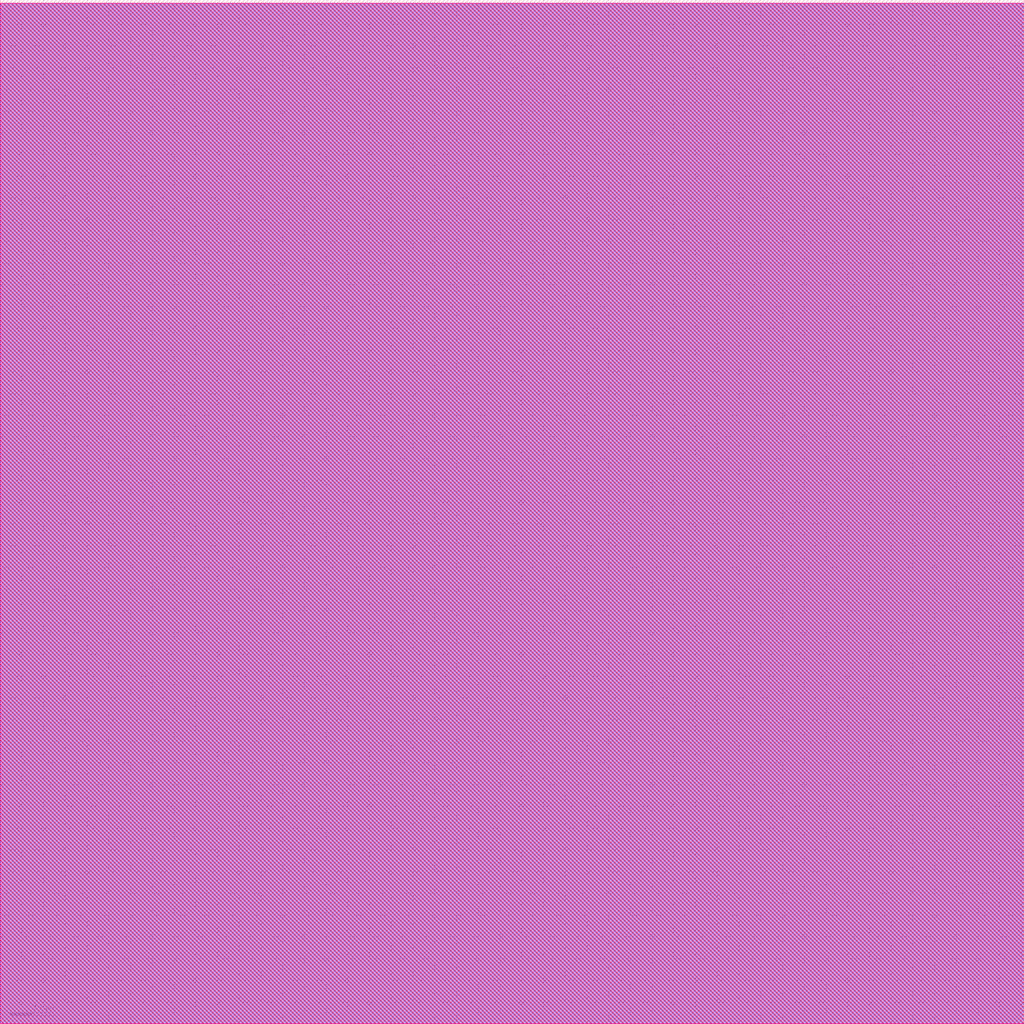
<source format=lef>
NAMESCASESENSITIVE ON ;
MACRO CORNERC
    CLASS PAD ;
    FOREIGN CORNERC 0.000 0.000 ;
    ORIGIN 0.000 0.000 ;
    SIZE 235.600 BY 235.600 ;
    SYMMETRY x y r90 ;
    SITE iocore_c ;
    OBS
        LAYER metal1 ;
        RECT  0.000 0.000 235.600 234.760 ;
        LAYER metal2 ;
        RECT  0.000 0.000 235.600 234.760 ;
        LAYER metal3 ;
        RECT  0.000 0.000 235.600 234.760 ;
        LAYER metal4 ;
        RECT  0.000 0.000 235.600 234.760 ;
        LAYER metal5 ;
        RECT  0.000 0.000 235.600 234.760 ;
        LAYER metal6 ;
        RECT  0.000 0.000 235.600 234.760 ;
    END
END CORNERC

MACRO CORNERCD
    CLASS PAD ;
    FOREIGN CORNERCD 0.000 0.000 ;
    ORIGIN 0.000 0.000 ;
    SIZE 235.600 BY 140.120 ;
    SYMMETRY x y r90 ;
    SITE iocore_d ;
    OBS
        LAYER metal1 ;
        RECT  0.000 0.000 235.600 139.280 ;
        LAYER metal2 ;
        RECT  0.000 0.000 235.600 139.280 ;
        LAYER metal3 ;
        RECT  0.000 0.000 235.600 139.280 ;
        LAYER metal4 ;
        RECT  0.000 0.000 235.600 139.280 ;
        LAYER metal5 ;
        RECT  0.000 0.000 235.600 139.280 ;
        LAYER metal6 ;
        RECT  0.000 0.000 235.600 139.280 ;
    END
END CORNERCD

MACRO CORNERD
    CLASS PAD ;
    FOREIGN CORNERD 0.000 0.000 ;
    ORIGIN 0.000 0.000 ;
    SIZE 140.120 BY 140.120 ;
    SYMMETRY x y r90 ;
    SITE iocore_d ;
    OBS
        LAYER metal1 ;
        RECT  0.000 0.000 140.120 139.280 ;
        LAYER metal2 ;
        RECT  0.000 0.000 140.120 139.280 ;
        LAYER metal3 ;
        RECT  0.000 0.000 140.120 139.280 ;
        LAYER metal4 ;
        RECT  0.000 0.000 140.120 139.280 ;
        LAYER metal5 ;
        RECT  0.000 0.000 140.120 139.280 ;
        LAYER metal6 ;
        RECT  0.000 0.000 140.120 139.280 ;
    END
END CORNERD

MACRO EMPTY16C
    CLASS PAD SPACER ;
    FOREIGN EMPTY16C 0.000 0.000 ;
    ORIGIN 0.000 0.000 ;
    SIZE 9.920 BY 235.600 ;
    SYMMETRY x y r90 ;
    SITE iocore_c ;
    OBS
        LAYER metal1 ;
        RECT  0.000 0.000 9.920 234.760 ;
        LAYER metal2 ;
        RECT  0.000 0.000 9.920 234.760 ;
        LAYER metal3 ;
        RECT  0.000 0.000 9.920 234.760 ;
        LAYER metal4 ;
        RECT  0.000 0.000 9.920 234.760 ;
        LAYER metal5 ;
        RECT  0.000 0.000 9.920 234.760 ;
        LAYER metal6 ;
        RECT  0.000 0.000 9.920 234.760 ;
    END
END EMPTY16C

MACRO EMPTY16D
    CLASS PAD SPACER ;
    FOREIGN EMPTY16D 0.000 0.000 ;
    ORIGIN 0.000 0.000 ;
    SIZE 9.920 BY 140.120 ;
    SYMMETRY x y r90 ;
    SITE iocore_d ;
    OBS
        LAYER metal1 ;
        RECT  0.000 0.000 9.920 139.280 ;
        LAYER metal2 ;
        RECT  0.000 0.000 9.920 139.280 ;
        LAYER metal3 ;
        RECT  0.000 0.000 9.920 139.280 ;
        LAYER metal4 ;
        RECT  0.000 0.000 9.920 139.280 ;
        LAYER metal5 ;
        RECT  0.000 0.000 9.920 139.280 ;
        LAYER metal6 ;
        RECT  0.000 0.000 9.920 139.280 ;
    END
END EMPTY16D

MACRO EMPTY1C
    CLASS PAD SPACER ;
    FOREIGN EMPTY1C 0.000 0.000 ;
    ORIGIN 0.000 0.000 ;
    SIZE 0.620 BY 235.600 ;
    SYMMETRY x y r90 ;
    SITE iocore_c ;
    OBS
        LAYER metal1 ;
        RECT  0.000 0.000 0.620 234.760 ;
        LAYER metal2 ;
        RECT  0.000 0.000 0.620 234.760 ;
        LAYER metal3 ;
        RECT  0.000 0.000 0.620 234.760 ;
        LAYER metal4 ;
        RECT  0.000 0.000 0.620 234.760 ;
        LAYER metal5 ;
        RECT  0.000 0.000 0.620 234.760 ;
        LAYER metal6 ;
        RECT  0.000 0.000 0.620 234.760 ;
    END
END EMPTY1C

MACRO EMPTY1D
    CLASS PAD SPACER ;
    FOREIGN EMPTY1D 0.000 0.000 ;
    ORIGIN 0.000 0.000 ;
    SIZE 0.620 BY 140.120 ;
    SYMMETRY x y r90 ;
    SITE iocore_d ;
    OBS
        LAYER metal1 ;
        RECT  0.000 0.000 0.620 139.280 ;
        LAYER metal2 ;
        RECT  0.000 0.000 0.620 139.280 ;
        LAYER metal3 ;
        RECT  0.000 0.000 0.620 139.280 ;
        LAYER metal4 ;
        RECT  0.000 0.000 0.620 139.280 ;
        LAYER metal5 ;
        RECT  0.000 0.000 0.620 139.280 ;
        LAYER metal6 ;
        RECT  0.000 0.000 0.620 139.280 ;
    END
END EMPTY1D

MACRO EMPTY2C
    CLASS PAD SPACER ;
    FOREIGN EMPTY2C 0.000 0.000 ;
    ORIGIN 0.000 0.000 ;
    SIZE 1.240 BY 235.600 ;
    SYMMETRY x y r90 ;
    SITE iocore_c ;
    OBS
        LAYER metal1 ;
        RECT  0.000 0.000 1.240 234.760 ;
        LAYER metal2 ;
        RECT  0.000 0.000 1.240 234.760 ;
        LAYER metal3 ;
        RECT  0.000 0.000 1.240 234.760 ;
        LAYER metal4 ;
        RECT  0.000 0.000 1.240 234.760 ;
        LAYER metal5 ;
        RECT  0.000 0.000 1.240 234.760 ;
        LAYER metal6 ;
        RECT  0.000 0.000 1.240 234.760 ;
    END
END EMPTY2C

MACRO EMPTY2D
    CLASS PAD SPACER ;
    FOREIGN EMPTY2D 0.000 0.000 ;
    ORIGIN 0.000 0.000 ;
    SIZE 1.240 BY 140.120 ;
    SYMMETRY x y r90 ;
    SITE iocore_d ;
    OBS
        LAYER metal1 ;
        RECT  0.000 0.000 1.240 139.280 ;
        LAYER metal2 ;
        RECT  0.000 0.000 1.240 139.280 ;
        LAYER metal3 ;
        RECT  0.000 0.000 1.240 139.280 ;
        LAYER metal4 ;
        RECT  0.000 0.000 1.240 139.280 ;
        LAYER metal5 ;
        RECT  0.000 0.000 1.240 139.280 ;
        LAYER metal6 ;
        RECT  0.000 0.000 1.240 139.280 ;
    END
END EMPTY2D

MACRO EMPTY4C
    CLASS PAD SPACER ;
    FOREIGN EMPTY4C 0.000 0.000 ;
    ORIGIN 0.000 0.000 ;
    SIZE 2.480 BY 235.600 ;
    SYMMETRY x y r90 ;
    SITE iocore_c ;
    OBS
        LAYER metal1 ;
        RECT  0.000 0.000 2.480 234.760 ;
        LAYER metal2 ;
        RECT  0.000 0.000 2.480 234.760 ;
        LAYER metal3 ;
        RECT  0.000 0.000 2.480 234.760 ;
        LAYER metal4 ;
        RECT  0.000 0.000 2.480 234.760 ;
        LAYER metal5 ;
        RECT  0.000 0.000 2.480 234.760 ;
        LAYER metal6 ;
        RECT  0.000 0.000 2.480 234.760 ;
    END
END EMPTY4C

MACRO EMPTY4D
    CLASS PAD SPACER ;
    FOREIGN EMPTY4D 0.000 0.000 ;
    ORIGIN 0.000 0.000 ;
    SIZE 2.480 BY 140.120 ;
    SYMMETRY x y r90 ;
    SITE iocore_d ;
    OBS
        LAYER metal1 ;
        RECT  0.000 0.000 2.480 139.280 ;
        LAYER metal2 ;
        RECT  0.000 0.000 2.480 139.280 ;
        LAYER metal3 ;
        RECT  0.000 0.000 2.480 139.280 ;
        LAYER metal4 ;
        RECT  0.000 0.000 2.480 139.280 ;
        LAYER metal5 ;
        RECT  0.000 0.000 2.480 139.280 ;
        LAYER metal6 ;
        RECT  0.000 0.000 2.480 139.280 ;
    END
END EMPTY4D

MACRO EMPTY8C
    CLASS PAD SPACER ;
    FOREIGN EMPTY8C 0.000 0.000 ;
    ORIGIN 0.000 0.000 ;
    SIZE 4.960 BY 235.600 ;
    SYMMETRY x y r90 ;
    SITE iocore_c ;
    OBS
        LAYER metal1 ;
        RECT  0.000 0.000 4.960 234.760 ;
        LAYER metal2 ;
        RECT  0.000 0.000 4.960 234.760 ;
        LAYER metal3 ;
        RECT  0.000 0.000 4.960 234.760 ;
        LAYER metal4 ;
        RECT  0.000 0.000 4.960 234.760 ;
        LAYER metal5 ;
        RECT  0.000 0.000 4.960 234.760 ;
        LAYER metal6 ;
        RECT  0.000 0.000 4.960 234.760 ;
    END
END EMPTY8C

MACRO EMPTY8D
    CLASS PAD SPACER ;
    FOREIGN EMPTY8D 0.000 0.000 ;
    ORIGIN 0.000 0.000 ;
    SIZE 4.960 BY 140.120 ;
    SYMMETRY x y r90 ;
    SITE iocore_d ;
    OBS
        LAYER metal1 ;
        RECT  0.000 0.000 4.960 139.280 ;
        LAYER metal2 ;
        RECT  0.000 0.000 4.960 139.280 ;
        LAYER metal3 ;
        RECT  0.000 0.000 4.960 139.280 ;
        LAYER metal4 ;
        RECT  0.000 0.000 4.960 139.280 ;
        LAYER metal5 ;
        RECT  0.000 0.000 4.960 139.280 ;
        LAYER metal6 ;
        RECT  0.000 0.000 4.960 139.280 ;
    END
END EMPTY8D

MACRO EMPTYGRC
    CLASS PAD SPACER ;
    FOREIGN EMPTYGRC 0.000 0.000 ;
    ORIGIN 0.000 0.000 ;
    SIZE 3.720 BY 235.600 ;
    SYMMETRY x y r90 ;
    SITE iocore_c ;
    OBS
        LAYER metal1 ;
        RECT  0.000 0.000 3.720 234.760 ;
        LAYER metal2 ;
        RECT  0.000 0.000 3.720 234.760 ;
        LAYER metal3 ;
        RECT  0.000 0.000 3.720 234.760 ;
        LAYER metal4 ;
        RECT  0.000 0.000 3.720 234.760 ;
        LAYER metal5 ;
        RECT  0.000 0.000 3.720 234.760 ;
        LAYER metal6 ;
        RECT  0.000 0.000 3.720 234.760 ;
    END
END EMPTYGRC

MACRO EMPTYGRD
    CLASS PAD SPACER ;
    FOREIGN EMPTYGRD 0.000 0.000 ;
    ORIGIN 0.000 0.000 ;
    SIZE 3.720 BY 140.120 ;
    SYMMETRY x y r90 ;
    SITE iocore_d ;
    OBS
        LAYER metal1 ;
        RECT  0.000 0.000 3.720 139.280 ;
        LAYER metal2 ;
        RECT  0.000 0.000 3.720 139.280 ;
        LAYER metal3 ;
        RECT  0.000 0.000 3.720 139.280 ;
        LAYER metal4 ;
        RECT  0.000 0.000 3.720 139.280 ;
        LAYER metal5 ;
        RECT  0.000 0.000 3.720 139.280 ;
        LAYER metal6 ;
        RECT  0.000 0.000 3.720 139.280 ;
    END
END EMPTYGRD

MACRO GNDIOC
    CLASS PAD ;
    FOREIGN GNDIOC 0.000 0.000 ;
    ORIGIN 0.000 0.000 ;
    SIZE 34.100 BY 235.600 ;
    SYMMETRY x y r90 ;
    SITE iocore_c ;
    PIN GNDO
        DIRECTION INOUT ;
        USE ANALOG ;
        PORT
        LAYER metal6 ;
        RECT  1.910 0.000 32.190 4.300 ;
        LAYER metal5 ;
        RECT  1.910 0.000 32.190 4.300 ;
        LAYER metal4 ;
        RECT  1.910 0.000 32.190 4.300 ;
        LAYER metal3 ;
        RECT  1.910 0.000 32.190 4.300 ;
        LAYER metal2 ;
        RECT  1.910 0.000 32.190 4.300 ;
        LAYER metal1 ;
        RECT  1.910 0.000 32.190 4.300 ;
        END
    END GNDO
    OBS
        LAYER metal1 ;
        POLYGON  34.100 235.600 0.000 235.600 0.000 0.000 1.630 0.000 1.630 4.580
                 32.470 4.580 32.470 0.000 34.100 0.000 ;
        LAYER via ;
        RECT  1.910 0.000 32.190 4.300 ;
        LAYER metal2 ;
        POLYGON  34.100 235.600 0.000 235.600 0.000 0.000 1.590 0.000 1.590 4.620
                 32.510 4.620 32.510 0.000 34.100 0.000 ;
        LAYER via2 ;
        RECT  1.910 0.000 32.190 4.300 ;
        LAYER metal3 ;
        POLYGON  34.100 235.600 0.000 235.600 0.000 0.000 1.590 0.000 1.590 4.620
                 32.510 4.620 32.510 0.000 34.100 0.000 ;
        LAYER via3 ;
        RECT  1.910 0.000 32.190 4.300 ;
        LAYER metal4 ;
        POLYGON  34.100 235.600 0.000 235.600 0.000 0.000 1.590 0.000 1.590 4.620
                 32.510 4.620 32.510 0.000 34.100 0.000 ;
        LAYER via4 ;
        RECT  1.910 0.000 32.190 4.300 ;
        LAYER metal5 ;
        POLYGON  34.100 235.600 0.000 235.600 0.000 0.000 1.590 0.000 1.590 4.620
                 32.510 4.620 32.510 0.000 34.100 0.000 ;
        LAYER via5 ;
        RECT  1.910 0.000 32.190 4.300 ;
        LAYER metal6 ;
        POLYGON  34.100 235.600 0.000 235.600 0.000 0.000 1.310 0.000 1.310 4.900
                 32.790 4.900 32.790 0.000 34.100 0.000 ;
    END
END GNDIOC

MACRO GNDIOD
    CLASS PAD ;
    FOREIGN GNDIOD 0.000 0.000 ;
    ORIGIN 0.000 0.000 ;
    SIZE 62.620 BY 140.120 ;
    SYMMETRY x y r90 ;
    SITE iocore_d ;
    PIN GNDO
        DIRECTION INOUT ;
        USE ANALOG ;
        PORT
        LAYER metal6 ;
        RECT  2.850 0.000 59.770 3.000 ;
        LAYER metal5 ;
        RECT  2.850 0.000 59.770 3.000 ;
        LAYER metal4 ;
        RECT  2.850 0.000 59.770 3.000 ;
        LAYER metal3 ;
        RECT  2.850 0.000 59.770 3.000 ;
        LAYER metal2 ;
        RECT  2.850 0.000 59.770 3.000 ;
        LAYER metal1 ;
        RECT  2.850 0.000 59.770 3.000 ;
        END
    END GNDO
    OBS
        LAYER metal1 ;
        POLYGON  62.620 140.120 0.000 140.120 0.000 0.000 2.570 0.000 2.570 3.280
                 60.050 3.280 60.050 0.000 62.620 0.000 ;
        LAYER via ;
        RECT  2.850 0.000 59.770 3.000 ;
        LAYER metal2 ;
        POLYGON  62.620 140.120 0.000 140.120 0.000 0.000 2.530 0.000 2.530 3.320
                 60.090 3.320 60.090 0.000 62.620 0.000 ;
        LAYER via2 ;
        RECT  2.850 0.000 59.770 3.000 ;
        LAYER metal3 ;
        POLYGON  62.620 140.120 0.000 140.120 0.000 0.000 2.530 0.000 2.530 3.320
                 60.090 3.320 60.090 0.000 62.620 0.000 ;
        LAYER via3 ;
        RECT  2.850 0.000 59.770 3.000 ;
        LAYER metal4 ;
        POLYGON  62.620 140.120 0.000 140.120 0.000 0.000 2.530 0.000 2.530 3.320
                 60.090 3.320 60.090 0.000 62.620 0.000 ;
        LAYER via4 ;
        RECT  2.850 0.000 59.770 3.000 ;
        LAYER metal5 ;
        POLYGON  62.620 140.120 0.000 140.120 0.000 0.000 2.530 0.000 2.530 3.320
                 60.090 3.320 60.090 0.000 62.620 0.000 ;
        LAYER via5 ;
        RECT  2.850 0.000 59.770 3.000 ;
        LAYER metal6 ;
        POLYGON  62.620 140.120 0.000 140.120 0.000 0.000 2.250 0.000 2.250 3.600
                 60.370 3.600 60.370 0.000 62.620 0.000 ;
    END
END GNDIOD

MACRO GNDKC
    CLASS PAD ;
    FOREIGN GNDKC 0.000 0.000 ;
    ORIGIN 0.000 0.000 ;
    SIZE 34.100 BY 235.600 ;
    SYMMETRY x y r90 ;
    SITE iocore_c ;
    PIN GND
        DIRECTION INOUT ;
        USE ground ;
        PORT
        CLASS CORE ;
        LAYER metal6 ;
        RECT  18.050 231.090 32.090 235.360 ;
        LAYER metal5 ;
        RECT  18.050 231.090 32.090 235.360 ;
        LAYER metal4 ;
        RECT  18.050 231.090 32.090 235.360 ;
        LAYER metal3 ;
        RECT  18.050 231.090 32.090 235.360 ;
        LAYER metal2 ;
        RECT  18.050 231.090 32.090 235.360 ;
        LAYER metal1 ;
        RECT  18.050 231.090 32.090 235.360 ;
        END
        PORT
        CLASS CORE ;
        LAYER metal6 ;
        RECT  2.010 231.090 16.050 235.360 ;
        LAYER metal5 ;
        RECT  2.010 231.090 16.050 235.360 ;
        LAYER metal4 ;
        RECT  2.010 231.090 16.050 235.360 ;
        LAYER metal3 ;
        RECT  2.010 231.090 16.050 235.360 ;
        LAYER metal2 ;
        RECT  2.010 231.090 16.050 235.360 ;
        LAYER metal1 ;
        RECT  2.010 231.090 16.050 235.360 ;
        END
        PORT
        CLASS CORE ;
        LAYER metal6 ;
        RECT  1.910 0.000 32.190 4.300 ;
        LAYER metal5 ;
        RECT  1.910 0.000 32.190 4.300 ;
        LAYER metal4 ;
        RECT  1.910 0.000 32.190 4.300 ;
        LAYER metal3 ;
        RECT  1.910 0.000 32.190 4.300 ;
        LAYER metal2 ;
        RECT  1.910 0.000 32.190 4.300 ;
        LAYER metal1 ;
        RECT  1.910 0.000 32.190 4.300 ;
        END
    END GND
    OBS
        LAYER metal1 ;
        POLYGON  34.100 235.360 32.370 235.360 32.370 230.810 17.770 230.810
                 17.770 235.360 16.330 235.360 16.330 230.810 1.730 230.810 1.730 235.360
                 0.000 235.360 0.000 0.000 1.630 0.000 1.630 4.580 32.470 4.580
                 32.470 0.000 34.100 0.000 ;
        LAYER via ;
        RECT  18.050 231.090 32.090 235.360 ;
        RECT  2.010 231.090 16.050 235.360 ;
        RECT  1.910 0.000 32.190 4.300 ;
        LAYER metal2 ;
        POLYGON  34.100 235.360 32.410 235.360 32.410 230.770 17.730 230.770
                 17.730 235.360 16.370 235.360 16.370 230.770 1.690 230.770 1.690 235.360
                 0.000 235.360 0.000 0.000 1.590 0.000 1.590 4.620 32.510 4.620
                 32.510 0.000 34.100 0.000 ;
        LAYER via2 ;
        RECT  18.050 231.090 32.090 235.360 ;
        RECT  2.010 231.090 16.050 235.360 ;
        RECT  1.910 0.000 32.190 4.300 ;
        LAYER metal3 ;
        POLYGON  34.100 235.360 32.410 235.360 32.410 230.770 17.730 230.770
                 17.730 235.360 16.370 235.360 16.370 230.770 1.690 230.770 1.690 235.360
                 0.000 235.360 0.000 0.000 1.590 0.000 1.590 4.620 32.510 4.620
                 32.510 0.000 34.100 0.000 ;
        LAYER via3 ;
        RECT  18.050 231.090 32.090 235.360 ;
        RECT  2.010 231.090 16.050 235.360 ;
        RECT  1.910 0.000 32.190 4.300 ;
        LAYER metal4 ;
        POLYGON  34.100 235.360 32.410 235.360 32.410 230.770 17.730 230.770
                 17.730 235.360 16.370 235.360 16.370 230.770 1.690 230.770 1.690 235.360
                 0.000 235.360 0.000 0.000 1.590 0.000 1.590 4.620 32.510 4.620
                 32.510 0.000 34.100 0.000 ;
        LAYER via4 ;
        RECT  18.050 231.090 32.090 235.360 ;
        RECT  2.010 231.090 16.050 235.360 ;
        RECT  1.910 0.000 32.190 4.300 ;
        LAYER metal5 ;
        POLYGON  34.100 235.360 32.410 235.360 32.410 230.770 17.730 230.770
                 17.730 235.360 16.370 235.360 16.370 230.770 1.690 230.770 1.690 235.360
                 0.000 235.360 0.000 0.000 1.590 0.000 1.590 4.620 32.510 4.620
                 32.510 0.000 34.100 0.000 ;
        LAYER via5 ;
        RECT  18.050 231.090 32.090 235.360 ;
        RECT  2.010 231.090 16.050 235.360 ;
        RECT  1.910 0.000 32.190 4.300 ;
        LAYER metal6 ;
        POLYGON  34.100 235.360 32.690 235.360 32.690 230.490 17.450 230.490
                 17.450 235.360 16.650 235.360 16.650 230.490 1.410 230.490 1.410 235.360
                 0.000 235.360 0.000 0.000 1.310 0.000 1.310 4.900 32.790 4.900
                 32.790 0.000 34.100 0.000 ;
    END
END GNDKC

MACRO GNDKD
    CLASS PAD ;
    FOREIGN GNDKD 0.000 0.000 ;
    ORIGIN 0.000 0.000 ;
    SIZE 62.620 BY 140.120 ;
    SYMMETRY x y r90 ;
    SITE iocore_d ;
    PIN GND
        DIRECTION INOUT ;
        USE ground ;
        PORT
        CLASS CORE ;
        LAYER metal6 ;
        RECT  2.850 0.000 59.770 3.000 ;
        LAYER metal5 ;
        RECT  2.850 0.000 59.770 3.000 ;
        LAYER metal4 ;
        RECT  2.850 0.000 59.770 3.000 ;
        LAYER metal3 ;
        RECT  2.850 0.000 59.770 3.000 ;
        LAYER metal2 ;
        RECT  2.850 0.000 59.770 3.000 ;
        LAYER metal1 ;
        RECT  2.850 0.000 59.770 3.000 ;
        END
        PORT
        CLASS CORE ;
        LAYER metal6 ;
        RECT  42.310 135.360 60.210 139.880 ;
        LAYER metal5 ;
        RECT  42.310 135.360 60.210 139.880 ;
        LAYER metal4 ;
        RECT  42.310 135.360 60.210 139.880 ;
        LAYER metal3 ;
        RECT  42.310 135.360 60.210 139.880 ;
        LAYER metal2 ;
        RECT  42.310 135.360 60.210 139.880 ;
        LAYER metal1 ;
        RECT  42.310 135.360 60.210 139.880 ;
        END
        PORT
        CLASS CORE ;
        LAYER metal6 ;
        RECT  22.310 135.360 40.310 139.880 ;
        LAYER metal5 ;
        RECT  22.310 135.360 40.310 139.880 ;
        LAYER metal4 ;
        RECT  22.310 135.360 40.310 139.880 ;
        LAYER metal3 ;
        RECT  22.310 135.360 40.310 139.880 ;
        LAYER metal2 ;
        RECT  22.310 135.360 40.310 139.880 ;
        LAYER metal1 ;
        RECT  22.310 135.360 40.310 139.880 ;
        END
        PORT
        CLASS CORE ;
        LAYER metal6 ;
        RECT  2.410 135.360 20.310 139.880 ;
        LAYER metal5 ;
        RECT  2.410 135.360 20.310 139.880 ;
        LAYER metal4 ;
        RECT  2.410 135.360 20.310 139.880 ;
        LAYER metal3 ;
        RECT  2.410 135.360 20.310 139.880 ;
        LAYER metal2 ;
        RECT  2.410 135.360 20.310 139.880 ;
        LAYER metal1 ;
        RECT  2.410 135.360 20.310 139.880 ;
        END
    END GND
    OBS
        LAYER metal1 ;
        POLYGON  62.620 139.880 60.490 139.880 60.490 135.080 42.030 135.080
                 42.030 139.880 40.590 139.880 40.590 135.080 22.030 135.080
                 22.030 139.880 20.590 139.880 20.590 135.080 2.130 135.080 2.130 139.880
                 0.000 139.880 0.000 0.000 2.570 0.000 2.570 3.280 60.050 3.280
                 60.050 0.000 62.620 0.000 ;
        LAYER via ;
        RECT  2.850 0.000 59.770 3.000 ;
        RECT  42.310 135.360 60.210 139.880 ;
        RECT  22.310 135.360 40.310 139.880 ;
        RECT  2.410 135.360 20.310 139.880 ;
        LAYER metal2 ;
        POLYGON  62.620 139.880 60.530 139.880 60.530 135.040 41.990 135.040
                 41.990 139.880 40.630 139.880 40.630 135.040 21.990 135.040
                 21.990 139.880 20.630 139.880 20.630 135.040 2.090 135.040 2.090 139.880
                 0.000 139.880 0.000 0.000 2.530 0.000 2.530 3.320 60.090 3.320
                 60.090 0.000 62.620 0.000 ;
        LAYER via2 ;
        RECT  2.850 0.000 59.770 3.000 ;
        RECT  42.310 135.360 60.210 139.880 ;
        RECT  22.310 135.360 40.310 139.880 ;
        RECT  2.410 135.360 20.310 139.880 ;
        LAYER metal3 ;
        POLYGON  62.620 139.880 60.530 139.880 60.530 135.040 41.990 135.040
                 41.990 139.880 40.630 139.880 40.630 135.040 21.990 135.040
                 21.990 139.880 20.630 139.880 20.630 135.040 2.090 135.040 2.090 139.880
                 0.000 139.880 0.000 0.000 2.530 0.000 2.530 3.320 60.090 3.320
                 60.090 0.000 62.620 0.000 ;
        LAYER via3 ;
        RECT  2.850 0.000 59.770 3.000 ;
        RECT  42.310 135.360 60.210 139.880 ;
        RECT  22.310 135.360 40.310 139.880 ;
        RECT  2.410 135.360 20.310 139.880 ;
        LAYER metal4 ;
        POLYGON  62.620 139.880 60.530 139.880 60.530 135.040 41.990 135.040
                 41.990 139.880 40.630 139.880 40.630 135.040 21.990 135.040
                 21.990 139.880 20.630 139.880 20.630 135.040 2.090 135.040 2.090 139.880
                 0.000 139.880 0.000 0.000 2.530 0.000 2.530 3.320 60.090 3.320
                 60.090 0.000 62.620 0.000 ;
        LAYER via4 ;
        RECT  2.850 0.000 59.770 3.000 ;
        RECT  42.310 135.360 60.210 139.880 ;
        RECT  22.310 135.360 40.310 139.880 ;
        RECT  2.410 135.360 20.310 139.880 ;
        LAYER metal5 ;
        POLYGON  62.620 139.880 60.530 139.880 60.530 135.040 41.990 135.040
                 41.990 139.880 40.630 139.880 40.630 135.040 21.990 135.040
                 21.990 139.880 20.630 139.880 20.630 135.040 2.090 135.040 2.090 139.880
                 0.000 139.880 0.000 0.000 2.530 0.000 2.530 3.320 60.090 3.320
                 60.090 0.000 62.620 0.000 ;
        LAYER via5 ;
        RECT  2.850 0.000 59.770 3.000 ;
        RECT  42.310 135.360 60.210 139.880 ;
        RECT  22.310 135.360 40.310 139.880 ;
        RECT  2.410 135.360 20.310 139.880 ;
        LAYER metal6 ;
        POLYGON  62.620 139.880 60.810 139.880 60.810 134.760 41.710 134.760
                 41.710 139.880 40.910 139.880 40.910 134.760 21.710 134.760
                 21.710 139.880 20.910 139.880 20.910 134.760 1.810 134.760 1.810 139.880
                 0.000 139.880 0.000 0.000 2.250 0.000 2.250 3.600 60.370 3.600
                 60.370 0.000 62.620 0.000 ;
    END
END GNDKD

MACRO VCC3IOC
    CLASS PAD ;
    FOREIGN VCC3IOC 0.000 0.000 ;
    ORIGIN 0.000 0.000 ;
    SIZE 34.100 BY 235.600 ;
    SYMMETRY x y r90 ;
    SITE iocore_c ;
    PIN VCC3O
        DIRECTION INOUT ;
        USE ANALOG ;
        PORT
        LAYER metal6 ;
        RECT  1.910 0.000 32.190 4.300 ;
        LAYER metal5 ;
        RECT  1.910 0.000 32.190 4.300 ;
        LAYER metal4 ;
        RECT  1.910 0.000 32.190 4.300 ;
        LAYER metal3 ;
        RECT  1.910 0.000 32.190 4.300 ;
        LAYER metal2 ;
        RECT  1.910 0.000 32.190 4.300 ;
        LAYER metal1 ;
        RECT  1.910 0.000 32.190 4.300 ;
        END
    END VCC3O
    OBS
        LAYER metal1 ;
        POLYGON  34.100 235.600 0.000 235.600 0.000 0.000 1.630 0.000 1.630 4.580
                 32.470 4.580 32.470 0.000 34.100 0.000 ;
        LAYER via ;
        RECT  1.910 0.000 32.190 4.300 ;
        LAYER metal2 ;
        POLYGON  34.100 235.600 0.000 235.600 0.000 0.000 1.590 0.000 1.590 4.620
                 32.510 4.620 32.510 0.000 34.100 0.000 ;
        LAYER via2 ;
        RECT  1.910 0.000 32.190 4.300 ;
        LAYER metal3 ;
        POLYGON  34.100 235.600 0.000 235.600 0.000 0.000 1.590 0.000 1.590 4.620
                 32.510 4.620 32.510 0.000 34.100 0.000 ;
        LAYER via3 ;
        RECT  1.910 0.000 32.190 4.300 ;
        LAYER metal4 ;
        POLYGON  34.100 235.600 0.000 235.600 0.000 0.000 1.590 0.000 1.590 4.620
                 32.510 4.620 32.510 0.000 34.100 0.000 ;
        LAYER via4 ;
        RECT  1.910 0.000 32.190 4.300 ;
        LAYER metal5 ;
        POLYGON  34.100 235.600 0.000 235.600 0.000 0.000 1.590 0.000 1.590 4.620
                 32.510 4.620 32.510 0.000 34.100 0.000 ;
        LAYER via5 ;
        RECT  1.910 0.000 32.190 4.300 ;
        LAYER metal6 ;
        POLYGON  34.100 235.600 0.000 235.600 0.000 0.000 1.310 0.000 1.310 4.900
                 32.790 4.900 32.790 0.000 34.100 0.000 ;
    END
END VCC3IOC

MACRO VCC3IOD
    CLASS PAD ;
    FOREIGN VCC3IOD 0.000 0.000 ;
    ORIGIN 0.000 0.000 ;
    SIZE 62.620 BY 140.120 ;
    SYMMETRY x y r90 ;
    SITE iocore_d ;
    PIN VCC3O
        DIRECTION INOUT ;
        USE ANALOG ;
        PORT
        LAYER metal6 ;
        RECT  2.850 0.000 59.770 3.000 ;
        LAYER metal5 ;
        RECT  2.850 0.000 59.770 3.000 ;
        LAYER metal4 ;
        RECT  2.850 0.000 59.770 3.000 ;
        LAYER metal3 ;
        RECT  2.850 0.000 59.770 3.000 ;
        LAYER metal2 ;
        RECT  2.850 0.000 59.770 3.000 ;
        LAYER metal1 ;
        RECT  2.850 0.000 59.770 3.000 ;
        END
    END VCC3O
    OBS
        LAYER metal1 ;
        POLYGON  62.620 140.120 0.000 140.120 0.000 0.000 2.570 0.000 2.570 3.280
                 60.050 3.280 60.050 0.000 62.620 0.000 ;
        LAYER via ;
        RECT  2.850 0.000 59.770 3.000 ;
        LAYER metal2 ;
        POLYGON  62.620 140.120 0.000 140.120 0.000 0.000 2.530 0.000 2.530 3.320
                 60.090 3.320 60.090 0.000 62.620 0.000 ;
        LAYER via2 ;
        RECT  2.850 0.000 59.770 3.000 ;
        LAYER metal3 ;
        POLYGON  62.620 140.120 0.000 140.120 0.000 0.000 2.530 0.000 2.530 3.320
                 60.090 3.320 60.090 0.000 62.620 0.000 ;
        LAYER via3 ;
        RECT  2.850 0.000 59.770 3.000 ;
        LAYER metal4 ;
        POLYGON  62.620 140.120 0.000 140.120 0.000 0.000 2.530 0.000 2.530 3.320
                 60.090 3.320 60.090 0.000 62.620 0.000 ;
        LAYER via4 ;
        RECT  2.850 0.000 59.770 3.000 ;
        LAYER metal5 ;
        POLYGON  62.620 140.120 0.000 140.120 0.000 0.000 2.530 0.000 2.530 3.320
                 60.090 3.320 60.090 0.000 62.620 0.000 ;
        LAYER via5 ;
        RECT  2.850 0.000 59.770 3.000 ;
        LAYER metal6 ;
        POLYGON  62.620 140.120 0.000 140.120 0.000 0.000 2.250 0.000 2.250 3.600
                 60.370 3.600 60.370 0.000 62.620 0.000 ;
    END
END VCC3IOD

MACRO VCCKC
    CLASS PAD ;
    FOREIGN VCCKC 0.000 0.000 ;
    ORIGIN 0.000 0.000 ;
    SIZE 34.100 BY 235.600 ;
    SYMMETRY x y r90 ;
    SITE iocore_c ;
    PIN VCC
        DIRECTION INOUT ;
        USE power ;
        PORT
        CLASS CORE ;
        LAYER metal6 ;
        RECT  1.910 0.000 32.190 4.300 ;
        LAYER metal5 ;
        RECT  1.910 0.000 32.190 4.300 ;
        LAYER metal4 ;
        RECT  1.910 0.000 32.190 4.300 ;
        LAYER metal3 ;
        RECT  1.910 0.000 32.190 4.300 ;
        LAYER metal2 ;
        RECT  1.910 0.000 32.190 4.300 ;
        LAYER metal1 ;
        RECT  1.910 0.000 32.190 4.300 ;
        END
        PORT
        CLASS CORE ;
        LAYER metal6 ;
        RECT  18.050 231.090 32.190 235.360 ;
        LAYER metal5 ;
        RECT  18.050 231.090 32.190 235.360 ;
        LAYER metal4 ;
        RECT  18.050 231.090 32.190 235.360 ;
        LAYER metal3 ;
        RECT  18.050 231.090 32.190 235.360 ;
        LAYER metal2 ;
        RECT  18.050 231.090 32.190 235.360 ;
        LAYER metal1 ;
        RECT  18.050 231.090 32.190 235.360 ;
        END
        PORT
        CLASS CORE ;
        LAYER metal6 ;
        RECT  1.910 231.090 16.050 235.360 ;
        LAYER metal5 ;
        RECT  1.910 231.090 16.050 235.360 ;
        LAYER metal4 ;
        RECT  1.910 231.090 16.050 235.360 ;
        LAYER metal3 ;
        RECT  1.910 231.090 16.050 235.360 ;
        LAYER metal2 ;
        RECT  1.910 231.090 16.050 235.360 ;
        LAYER metal1 ;
        RECT  1.910 231.090 16.050 235.360 ;
        END
    END VCC
    OBS
        LAYER metal1 ;
        POLYGON  34.100 235.360 32.470 235.360 32.470 230.810 17.770 230.810
                 17.770 235.360 16.330 235.360 16.330 230.810 1.630 230.810 1.630 235.360
                 0.000 235.360 0.000 0.000 1.630 0.000 1.630 4.580 32.470 4.580
                 32.470 0.000 34.100 0.000 ;
        LAYER via ;
        RECT  1.910 0.000 32.190 4.300 ;
        RECT  18.050 231.090 32.190 235.360 ;
        RECT  1.910 231.090 16.050 235.360 ;
        LAYER metal2 ;
        POLYGON  34.100 235.360 32.510 235.360 32.510 230.770 17.730 230.770
                 17.730 235.360 16.370 235.360 16.370 230.770 1.590 230.770 1.590 235.360
                 0.000 235.360 0.000 0.000 1.590 0.000 1.590 4.620 32.510 4.620
                 32.510 0.000 34.100 0.000 ;
        LAYER via2 ;
        RECT  1.910 0.000 32.190 4.300 ;
        RECT  18.050 231.090 32.190 235.360 ;
        RECT  1.910 231.090 16.050 235.360 ;
        LAYER metal3 ;
        POLYGON  34.100 235.360 32.510 235.360 32.510 230.770 17.730 230.770
                 17.730 235.360 16.370 235.360 16.370 230.770 1.590 230.770 1.590 235.360
                 0.000 235.360 0.000 0.000 1.590 0.000 1.590 4.620 32.510 4.620
                 32.510 0.000 34.100 0.000 ;
        LAYER via3 ;
        RECT  1.910 0.000 32.190 4.300 ;
        RECT  18.050 231.090 32.190 235.360 ;
        RECT  1.910 231.090 16.050 235.360 ;
        LAYER metal4 ;
        POLYGON  34.100 235.360 32.510 235.360 32.510 230.770 17.730 230.770
                 17.730 235.360 16.370 235.360 16.370 230.770 1.590 230.770 1.590 235.360
                 0.000 235.360 0.000 0.000 1.590 0.000 1.590 4.620 32.510 4.620
                 32.510 0.000 34.100 0.000 ;
        LAYER via4 ;
        RECT  1.910 0.000 32.190 4.300 ;
        RECT  18.050 231.090 32.190 235.360 ;
        RECT  1.910 231.090 16.050 235.360 ;
        LAYER metal5 ;
        POLYGON  34.100 235.360 32.510 235.360 32.510 230.770 17.730 230.770
                 17.730 235.360 16.370 235.360 16.370 230.770 1.590 230.770 1.590 235.360
                 0.000 235.360 0.000 0.000 1.590 0.000 1.590 4.620 32.510 4.620
                 32.510 0.000 34.100 0.000 ;
        LAYER via5 ;
        RECT  1.910 0.000 32.190 4.300 ;
        RECT  18.050 231.090 32.190 235.360 ;
        RECT  1.910 231.090 16.050 235.360 ;
        LAYER metal6 ;
        POLYGON  34.100 235.360 32.790 235.360 32.790 230.490 17.450 230.490
                 17.450 235.360 16.650 235.360 16.650 230.490 1.310 230.490 1.310 235.360
                 0.000 235.360 0.000 0.000 1.310 0.000 1.310 4.900 32.790 4.900
                 32.790 0.000 34.100 0.000 ;
    END
END VCCKC

MACRO VCCKD
    CLASS PAD ;
    FOREIGN VCCKD 0.000 0.000 ;
    ORIGIN 0.000 0.000 ;
    SIZE 62.620 BY 140.120 ;
    SYMMETRY x y r90 ;
    SITE iocore_d ;
    PIN VCC
        DIRECTION INOUT ;
        USE power ;
        PORT
        CLASS CORE ;
        LAYER metal6 ;
        RECT  2.850 0.000 59.770 3.000 ;
        LAYER metal5 ;
        RECT  2.850 0.000 59.770 3.000 ;
        LAYER metal4 ;
        RECT  2.850 0.000 59.770 3.000 ;
        LAYER metal3 ;
        RECT  2.850 0.000 59.770 3.000 ;
        LAYER metal2 ;
        RECT  2.850 0.000 59.770 3.000 ;
        LAYER metal1 ;
        RECT  2.850 0.000 59.770 3.000 ;
        END
        PORT
        CLASS CORE ;
        LAYER metal6 ;
        RECT  2.850 135.360 20.490 139.880 ;
        LAYER metal5 ;
        RECT  2.850 135.360 20.490 139.880 ;
        LAYER metal4 ;
        RECT  2.850 135.360 20.490 139.880 ;
        LAYER metal3 ;
        RECT  2.850 135.360 20.490 139.880 ;
        LAYER metal2 ;
        RECT  2.850 135.360 20.490 139.880 ;
        LAYER metal1 ;
        RECT  2.850 135.360 20.490 139.880 ;
        END
        PORT
        CLASS CORE ;
        LAYER metal6 ;
        RECT  22.490 135.360 40.130 139.880 ;
        LAYER metal5 ;
        RECT  22.490 135.360 40.130 139.880 ;
        LAYER metal4 ;
        RECT  22.490 135.360 40.130 139.880 ;
        LAYER metal3 ;
        RECT  22.490 135.360 40.130 139.880 ;
        LAYER metal2 ;
        RECT  22.490 135.360 40.130 139.880 ;
        LAYER metal1 ;
        RECT  22.490 135.360 40.130 139.880 ;
        END
        PORT
        CLASS CORE ;
        LAYER metal6 ;
        RECT  42.130 135.360 59.770 139.880 ;
        LAYER metal5 ;
        RECT  42.130 135.360 59.770 139.880 ;
        LAYER metal4 ;
        RECT  42.130 135.360 59.770 139.880 ;
        LAYER metal3 ;
        RECT  42.130 135.360 59.770 139.880 ;
        LAYER metal2 ;
        RECT  42.130 135.360 59.770 139.880 ;
        LAYER metal1 ;
        RECT  42.130 135.360 59.770 139.880 ;
        END
    END VCC
    OBS
        LAYER metal1 ;
        POLYGON  62.620 139.880 60.050 139.880 60.050 135.080 41.850 135.080
                 41.850 139.880 40.410 139.880 40.410 135.080 22.210 135.080
                 22.210 139.880 20.770 139.880 20.770 135.080 2.570 135.080 2.570 139.880
                 0.000 139.880 0.000 0.000 2.570 0.000 2.570 3.280 60.050 3.280
                 60.050 0.000 62.620 0.000 ;
        LAYER via ;
        RECT  2.850 0.000 59.770 3.000 ;
        RECT  2.850 135.360 20.490 139.880 ;
        RECT  22.490 135.360 40.130 139.880 ;
        RECT  42.130 135.360 59.770 139.880 ;
        LAYER metal2 ;
        POLYGON  62.620 139.880 60.090 139.880 60.090 135.040 41.810 135.040
                 41.810 139.880 40.450 139.880 40.450 135.040 22.170 135.040
                 22.170 139.880 20.810 139.880 20.810 135.040 2.530 135.040 2.530 139.880
                 0.000 139.880 0.000 0.000 2.530 0.000 2.530 3.320 60.090 3.320
                 60.090 0.000 62.620 0.000 ;
        LAYER via2 ;
        RECT  2.850 0.000 59.770 3.000 ;
        RECT  2.850 135.360 20.490 139.880 ;
        RECT  22.490 135.360 40.130 139.880 ;
        RECT  42.130 135.360 59.770 139.880 ;
        LAYER metal3 ;
        POLYGON  62.620 139.880 60.090 139.880 60.090 135.040 41.810 135.040
                 41.810 139.880 40.450 139.880 40.450 135.040 22.170 135.040
                 22.170 139.880 20.810 139.880 20.810 135.040 2.530 135.040 2.530 139.880
                 0.000 139.880 0.000 0.000 2.530 0.000 2.530 3.320 60.090 3.320
                 60.090 0.000 62.620 0.000 ;
        LAYER via3 ;
        RECT  2.850 0.000 59.770 3.000 ;
        RECT  2.850 135.360 20.490 139.880 ;
        RECT  22.490 135.360 40.130 139.880 ;
        RECT  42.130 135.360 59.770 139.880 ;
        LAYER metal4 ;
        POLYGON  62.620 139.880 60.090 139.880 60.090 135.040 41.810 135.040
                 41.810 139.880 40.450 139.880 40.450 135.040 22.170 135.040
                 22.170 139.880 20.810 139.880 20.810 135.040 2.530 135.040 2.530 139.880
                 0.000 139.880 0.000 0.000 2.530 0.000 2.530 3.320 60.090 3.320
                 60.090 0.000 62.620 0.000 ;
        LAYER via4 ;
        RECT  2.850 0.000 59.770 3.000 ;
        RECT  2.850 135.360 20.490 139.880 ;
        RECT  22.490 135.360 40.130 139.880 ;
        RECT  42.130 135.360 59.770 139.880 ;
        LAYER metal5 ;
        POLYGON  62.620 139.880 60.090 139.880 60.090 135.040 41.810 135.040
                 41.810 139.880 40.450 139.880 40.450 135.040 22.170 135.040
                 22.170 139.880 20.810 139.880 20.810 135.040 2.530 135.040 2.530 139.880
                 0.000 139.880 0.000 0.000 2.530 0.000 2.530 3.320 60.090 3.320
                 60.090 0.000 62.620 0.000 ;
        LAYER via5 ;
        RECT  2.850 0.000 59.770 3.000 ;
        RECT  2.850 135.360 20.490 139.880 ;
        RECT  22.490 135.360 40.130 139.880 ;
        RECT  42.130 135.360 59.770 139.880 ;
        LAYER metal6 ;
        POLYGON  62.620 139.880 60.370 139.880 60.370 134.760 41.530 134.760
                 41.530 139.880 40.730 139.880 40.730 134.760 21.890 134.760
                 21.890 139.880 21.090 139.880 21.090 134.760 2.250 134.760 2.250 139.880
                 0.000 139.880 0.000 0.000 2.250 0.000 2.250 3.600 60.370 3.600
                 60.370 0.000 62.620 0.000 ;
    END
END VCCKD

MACRO XMC
    CLASS PAD ;
    FOREIGN XMC 0.000 0.000 ;
    ORIGIN 0.000 0.000 ;
    SIZE 34.100 BY 235.600 ;
    SYMMETRY x y r90 ;
    SITE iocore_c ;
    PIN O
        DIRECTION OUTPUT ;
        PORT
        LAYER metal3 ;
        RECT  15.490 234.080 17.370 234.980 ;
        LAYER metal2 ;
        RECT  15.490 234.080 17.370 234.980 ;
        LAYER metal1 ;
        RECT  15.490 234.080 17.370 234.980 ;
        END
    END O
    PIN PD
        DIRECTION INPUT ;
        PORT
        LAYER metal3 ;
        RECT  9.290 234.080 11.170 234.980 ;
        LAYER metal2 ;
        RECT  9.290 234.080 11.170 234.980 ;
        LAYER metal1 ;
        RECT  9.290 234.080 11.170 234.980 ;
        END
    END PD
    PIN PU
        DIRECTION INPUT ;
        PORT
        LAYER metal3 ;
        RECT  5.570 234.080 7.450 234.980 ;
        LAYER metal2 ;
        RECT  5.570 234.080 7.450 234.980 ;
        LAYER metal1 ;
        RECT  5.570 234.080 7.450 234.980 ;
        END
    END PU
    PIN SMT
        DIRECTION INPUT ;
        PORT
        LAYER metal3 ;
        RECT  1.850 234.080 3.730 234.980 ;
        LAYER metal2 ;
        RECT  1.850 234.080 3.730 234.980 ;
        LAYER metal1 ;
        RECT  1.850 234.080 3.730 234.980 ;
        END
    END SMT
    PIN I
        DIRECTION INPUT ;
        PORT
        LAYER metal6 ;
        RECT  1.910 0.000 32.190 4.300 ;
        LAYER metal5 ;
        RECT  1.910 0.000 32.190 4.300 ;
        LAYER metal4 ;
        RECT  1.910 0.000 32.190 4.300 ;
        LAYER metal3 ;
        RECT  1.910 0.000 32.190 4.300 ;
        LAYER metal2 ;
        RECT  1.910 0.000 32.190 4.300 ;
        LAYER metal1 ;
        RECT  1.910 0.000 32.190 4.300 ;
        END
    END I
    OBS
        LAYER metal1 ;
        POLYGON  34.100 234.980 17.610 234.980 17.610 233.840 15.250 233.840
                 15.250 234.980 11.410 234.980 11.410 233.840 9.050 233.840 9.050 234.980
                 7.690 234.980 7.690 233.840 5.330 233.840 5.330 234.980 3.970 234.980
                 3.970 233.840 1.610 233.840 1.610 234.980 0.000 234.980 0.000 0.000
                 1.630 0.000 1.630 4.580 32.470 4.580 32.470 0.000 34.100 0.000 ;
        LAYER via ;
        RECT  15.490 234.080 17.370 234.980 ;
        RECT  9.290 234.080 11.170 234.980 ;
        RECT  5.570 234.080 7.450 234.980 ;
        RECT  1.850 234.080 3.730 234.980 ;
        RECT  1.910 0.000 32.190 4.300 ;
        LAYER metal2 ;
        POLYGON  34.100 234.980 17.650 234.980 17.650 233.800 15.210 233.800
                 15.210 234.980 11.450 234.980 11.450 233.800 9.010 233.800 9.010 234.980
                 7.730 234.980 7.730 233.800 5.290 233.800 5.290 234.980 4.010 234.980
                 4.010 233.800 1.570 233.800 1.570 234.980 0.000 234.980 0.000 0.000
                 1.590 0.000 1.590 4.620 32.510 4.620 32.510 0.000 34.100 0.000 ;
        LAYER via2 ;
        RECT  15.490 234.080 17.370 234.980 ;
        RECT  9.290 234.080 11.170 234.980 ;
        RECT  5.570 234.080 7.450 234.980 ;
        RECT  1.850 234.080 3.730 234.980 ;
        RECT  1.910 0.000 32.190 4.300 ;
        LAYER metal3 ;
        POLYGON  34.100 234.980 17.650 234.980 17.650 233.800 15.210 233.800
                 15.210 234.980 11.450 234.980 11.450 233.800 9.010 233.800 9.010 234.980
                 7.730 234.980 7.730 233.800 5.290 233.800 5.290 234.980 4.010 234.980
                 4.010 233.800 1.570 233.800 1.570 234.980 0.000 234.980 0.000 0.000
                 1.590 0.000 1.590 4.620 32.510 4.620 32.510 0.000 34.100 0.000 ;
        LAYER via3 ;
        RECT  1.910 0.000 32.190 4.300 ;
        LAYER metal4 ;
        POLYGON  34.100 234.980 0.000 234.980 0.000 0.000 1.590 0.000 1.590 4.620
                 32.510 4.620 32.510 0.000 34.100 0.000 ;
        LAYER via4 ;
        RECT  1.910 0.000 32.190 4.300 ;
        LAYER metal5 ;
        POLYGON  34.100 234.980 0.000 234.980 0.000 0.000 1.590 0.000 1.590 4.620
                 32.510 4.620 32.510 0.000 34.100 0.000 ;
        LAYER via5 ;
        RECT  1.910 0.000 32.190 4.300 ;
        LAYER metal6 ;
        POLYGON  34.100 234.980 0.000 234.980 0.000 0.000 1.310 0.000 1.310 4.900
                 32.790 4.900 32.790 0.000 34.100 0.000 ;
    END
END XMC

MACRO XMD
    CLASS PAD ;
    FOREIGN XMD 0.000 0.000 ;
    ORIGIN 0.000 0.000 ;
    SIZE 62.620 BY 140.120 ;
    SYMMETRY x y r90 ;
    SITE iocore_d ;
    PIN O
        DIRECTION OUTPUT ;
        PORT
        LAYER metal3 ;
        RECT  39.670 138.600 41.550 139.500 ;
        LAYER metal2 ;
        RECT  39.670 138.600 41.550 139.500 ;
        LAYER metal1 ;
        RECT  39.670 138.600 41.550 139.500 ;
        END
    END O
    PIN PD
        DIRECTION INPUT ;
        PORT
        LAYER metal3 ;
        RECT  33.470 138.600 35.350 139.500 ;
        LAYER metal2 ;
        RECT  33.470 138.600 35.350 139.500 ;
        LAYER metal1 ;
        RECT  33.470 138.600 35.350 139.500 ;
        END
    END PD
    PIN SMT
        DIRECTION INPUT ;
        PORT
        LAYER metal3 ;
        RECT  23.550 138.600 25.430 139.500 ;
        LAYER metal2 ;
        RECT  23.550 138.600 25.430 139.500 ;
        LAYER metal1 ;
        RECT  23.550 138.600 25.430 139.500 ;
        END
    END SMT
    PIN PU
        DIRECTION INPUT ;
        PORT
        LAYER metal3 ;
        RECT  27.890 138.600 29.770 139.500 ;
        LAYER metal2 ;
        RECT  27.890 138.600 29.770 139.500 ;
        LAYER metal1 ;
        RECT  27.890 138.600 29.770 139.500 ;
        END
    END PU
    PIN I
        DIRECTION INPUT ;
        PORT
        LAYER metal6 ;
        RECT  2.850 0.000 59.770 3.000 ;
        LAYER metal5 ;
        RECT  2.850 0.000 59.770 3.000 ;
        LAYER metal4 ;
        RECT  2.850 0.000 59.770 3.000 ;
        LAYER metal3 ;
        RECT  2.850 0.000 59.770 3.000 ;
        LAYER metal2 ;
        RECT  2.850 0.000 59.770 3.000 ;
        LAYER metal1 ;
        RECT  2.850 0.000 59.770 3.000 ;
        END
    END I
    OBS
        LAYER metal1 ;
        POLYGON  62.620 139.500 41.790 139.500 41.790 138.360 39.430 138.360
                 39.430 139.500 35.590 139.500 35.590 138.360 33.230 138.360
                 33.230 139.500 30.010 139.500 30.010 138.360 27.650 138.360
                 27.650 139.500 25.670 139.500 25.670 138.360 23.310 138.360
                 23.310 139.500 0.000 139.500 0.000 0.000 2.570 0.000 2.570 3.280
                 60.050 3.280 60.050 0.000 62.620 0.000 ;
        LAYER via ;
        RECT  39.670 138.600 41.550 139.500 ;
        RECT  33.470 138.600 35.350 139.500 ;
        RECT  23.550 138.600 25.430 139.500 ;
        RECT  27.890 138.600 29.770 139.500 ;
        RECT  2.850 0.000 59.770 3.000 ;
        LAYER metal2 ;
        POLYGON  62.620 139.500 41.830 139.500 41.830 138.320 39.390 138.320
                 39.390 139.500 35.630 139.500 35.630 138.320 33.190 138.320
                 33.190 139.500 30.050 139.500 30.050 138.320 27.610 138.320
                 27.610 139.500 25.710 139.500 25.710 138.320 23.270 138.320
                 23.270 139.500 0.000 139.500 0.000 0.000 2.530 0.000 2.530 3.320
                 60.090 3.320 60.090 0.000 62.620 0.000 ;
        LAYER via2 ;
        RECT  39.670 138.600 41.550 139.500 ;
        RECT  33.470 138.600 35.350 139.500 ;
        RECT  23.550 138.600 25.430 139.500 ;
        RECT  27.890 138.600 29.770 139.500 ;
        RECT  2.850 0.000 59.770 3.000 ;
        LAYER metal3 ;
        POLYGON  62.620 139.500 41.830 139.500 41.830 138.320 39.390 138.320
                 39.390 139.500 35.630 139.500 35.630 138.320 33.190 138.320
                 33.190 139.500 30.050 139.500 30.050 138.320 27.610 138.320
                 27.610 139.500 25.710 139.500 25.710 138.320 23.270 138.320
                 23.270 139.500 0.000 139.500 0.000 0.000 2.530 0.000 2.530 3.320
                 60.090 3.320 60.090 0.000 62.620 0.000 ;
        LAYER via3 ;
        RECT  2.850 0.000 59.770 3.000 ;
        LAYER metal4 ;
        POLYGON  62.620 139.500 0.000 139.500 0.000 0.000 2.530 0.000 2.530 3.320
                 60.090 3.320 60.090 0.000 62.620 0.000 ;
        LAYER via4 ;
        RECT  2.850 0.000 59.770 3.000 ;
        LAYER metal5 ;
        POLYGON  62.620 139.500 0.000 139.500 0.000 0.000 2.530 0.000 2.530 3.320
                 60.090 3.320 60.090 0.000 62.620 0.000 ;
        LAYER via5 ;
        RECT  2.850 0.000 59.770 3.000 ;
        LAYER metal6 ;
        POLYGON  62.620 139.500 0.000 139.500 0.000 0.000 2.250 0.000 2.250 3.600
                 60.370 3.600 60.370 0.000 62.620 0.000 ;
    END
END XMD

MACRO YA2GSC
    CLASS PAD ;
    FOREIGN YA2GSC 0.000 0.000 ;
    ORIGIN 0.000 0.000 ;
    SIZE 34.100 BY 235.600 ;
    SYMMETRY x y r90 ;
    SITE iocore_c ;
    PIN E2
        DIRECTION INPUT ;
        PORT
        LAYER metal3 ;
        RECT  18.590 234.080 20.470 234.980 ;
        LAYER metal2 ;
        RECT  18.590 234.080 20.470 234.980 ;
        LAYER metal1 ;
        RECT  18.590 234.080 20.470 234.980 ;
        END
    END E2
    PIN E8
        DIRECTION INPUT ;
        PORT
        LAYER metal3 ;
        RECT  21.690 234.080 23.570 234.980 ;
        LAYER metal2 ;
        RECT  21.690 234.080 23.570 234.980 ;
        LAYER metal1 ;
        RECT  21.690 234.080 23.570 234.980 ;
        END
    END E8
    PIN E4
        DIRECTION INPUT ;
        PORT
        LAYER metal3 ;
        RECT  24.790 234.080 26.670 234.980 ;
        LAYER metal2 ;
        RECT  24.790 234.080 26.670 234.980 ;
        LAYER metal1 ;
        RECT  24.790 234.080 26.670 234.980 ;
        END
    END E4
    PIN SR
        DIRECTION INPUT ;
        PORT
        LAYER metal3 ;
        RECT  30.990 234.080 32.870 234.980 ;
        LAYER metal2 ;
        RECT  30.990 234.080 32.870 234.980 ;
        LAYER metal1 ;
        RECT  30.990 234.080 32.870 234.980 ;
        END
    END SR
    PIN I
        DIRECTION INPUT ;
        PORT
        LAYER metal3 ;
        RECT  27.890 234.080 29.770 234.980 ;
        LAYER metal2 ;
        RECT  27.890 234.080 29.770 234.980 ;
        LAYER metal1 ;
        RECT  27.890 234.080 29.770 234.980 ;
        END
    END I
    PIN E
        DIRECTION INPUT ;
        PORT
        LAYER metal3 ;
        RECT  15.490 234.080 17.370 234.980 ;
        LAYER metal2 ;
        RECT  15.490 234.080 17.370 234.980 ;
        LAYER metal1 ;
        RECT  15.490 234.080 17.370 234.980 ;
        END
    END E
    PIN O
        DIRECTION OUTPUT ;
        PORT
        LAYER metal6 ;
        RECT  1.910 0.000 32.190 4.300 ;
        LAYER metal5 ;
        RECT  1.910 0.000 32.190 4.300 ;
        LAYER metal4 ;
        RECT  1.910 0.000 32.190 4.300 ;
        LAYER metal3 ;
        RECT  1.910 0.000 32.190 4.300 ;
        LAYER metal2 ;
        RECT  1.910 0.000 32.190 4.300 ;
        LAYER metal1 ;
        RECT  1.910 0.000 32.190 4.300 ;
        END
    END O
    OBS
        LAYER metal1 ;
        POLYGON  34.100 234.980 33.110 234.980 33.110 233.840 30.750 233.840
                 30.750 234.980 30.010 234.980 30.010 233.840 27.650 233.840
                 27.650 234.980 26.910 234.980 26.910 233.840 24.550 233.840
                 24.550 234.980 23.810 234.980 23.810 233.840 21.450 233.840
                 21.450 234.980 20.710 234.980 20.710 233.840 18.350 233.840
                 18.350 234.980 17.610 234.980 17.610 233.840 15.250 233.840
                 15.250 234.980 0.000 234.980 0.000 0.000 1.630 0.000 1.630 4.580
                 32.470 4.580 32.470 0.000 34.100 0.000 ;
        LAYER via ;
        RECT  18.590 234.080 20.470 234.980 ;
        RECT  21.690 234.080 23.570 234.980 ;
        RECT  24.790 234.080 26.670 234.980 ;
        RECT  30.990 234.080 32.870 234.980 ;
        RECT  27.890 234.080 29.770 234.980 ;
        RECT  15.490 234.080 17.370 234.980 ;
        RECT  1.910 0.000 32.190 4.300 ;
        LAYER metal2 ;
        POLYGON  34.100 234.980 33.150 234.980 33.150 233.800 30.710 233.800
                 30.710 234.980 30.050 234.980 30.050 233.800 27.610 233.800
                 27.610 234.980 26.950 234.980 26.950 233.800 24.510 233.800
                 24.510 234.980 23.850 234.980 23.850 233.800 21.410 233.800
                 21.410 234.980 20.750 234.980 20.750 233.800 18.310 233.800
                 18.310 234.980 17.650 234.980 17.650 233.800 15.210 233.800
                 15.210 234.980 0.000 234.980 0.000 0.000 1.590 0.000 1.590 4.620
                 32.510 4.620 32.510 0.000 34.100 0.000 ;
        LAYER via2 ;
        RECT  18.590 234.080 20.470 234.980 ;
        RECT  21.690 234.080 23.570 234.980 ;
        RECT  24.790 234.080 26.670 234.980 ;
        RECT  30.990 234.080 32.870 234.980 ;
        RECT  27.890 234.080 29.770 234.980 ;
        RECT  15.490 234.080 17.370 234.980 ;
        RECT  1.910 0.000 32.190 4.300 ;
        LAYER metal3 ;
        POLYGON  34.100 234.980 33.150 234.980 33.150 233.800 30.710 233.800
                 30.710 234.980 30.050 234.980 30.050 233.800 27.610 233.800
                 27.610 234.980 26.950 234.980 26.950 233.800 24.510 233.800
                 24.510 234.980 23.850 234.980 23.850 233.800 21.410 233.800
                 21.410 234.980 20.750 234.980 20.750 233.800 18.310 233.800
                 18.310 234.980 17.650 234.980 17.650 233.800 15.210 233.800
                 15.210 234.980 0.000 234.980 0.000 0.000 1.590 0.000 1.590 4.620
                 32.510 4.620 32.510 0.000 34.100 0.000 ;
        LAYER via3 ;
        RECT  1.910 0.000 32.190 4.300 ;
        LAYER metal4 ;
        POLYGON  34.100 234.980 0.000 234.980 0.000 0.000 1.590 0.000 1.590 4.620
                 32.510 4.620 32.510 0.000 34.100 0.000 ;
        LAYER via4 ;
        RECT  1.910 0.000 32.190 4.300 ;
        LAYER metal5 ;
        POLYGON  34.100 234.980 0.000 234.980 0.000 0.000 1.590 0.000 1.590 4.620
                 32.510 4.620 32.510 0.000 34.100 0.000 ;
        LAYER via5 ;
        RECT  1.910 0.000 32.190 4.300 ;
        LAYER metal6 ;
        POLYGON  34.100 234.980 0.000 234.980 0.000 0.000 1.310 0.000 1.310 4.900
                 32.790 4.900 32.790 0.000 34.100 0.000 ;
    END
END YA2GSC

MACRO YA2GSD
    CLASS PAD ;
    FOREIGN YA2GSD 0.000 0.000 ;
    ORIGIN 0.000 0.000 ;
    SIZE 62.620 BY 140.120 ;
    SYMMETRY x y r90 ;
    SITE iocore_d ;
    PIN I
        DIRECTION INPUT ;
        PORT
        LAYER metal3 ;
        RECT  24.170 138.600 26.050 139.500 ;
        LAYER metal2 ;
        RECT  24.170 138.600 26.050 139.500 ;
        LAYER metal1 ;
        RECT  24.170 138.600 26.050 139.500 ;
        END
    END I
    PIN E4
        DIRECTION INPUT ;
        PORT
        LAYER metal3 ;
        RECT  20.450 138.600 22.330 139.500 ;
        LAYER metal2 ;
        RECT  20.450 138.600 22.330 139.500 ;
        LAYER metal1 ;
        RECT  20.450 138.600 22.330 139.500 ;
        END
    END E4
    PIN E
        DIRECTION INPUT ;
        PORT
        LAYER metal3 ;
        RECT  33.470 138.600 35.350 139.500 ;
        LAYER metal2 ;
        RECT  33.470 138.600 35.350 139.500 ;
        LAYER metal1 ;
        RECT  33.470 138.600 35.350 139.500 ;
        END
    END E
    PIN SR
        DIRECTION INPUT ;
        PORT
        LAYER metal3 ;
        RECT  27.890 138.600 29.770 139.500 ;
        LAYER metal2 ;
        RECT  27.890 138.600 29.770 139.500 ;
        LAYER metal1 ;
        RECT  27.890 138.600 29.770 139.500 ;
        END
    END SR
    PIN E8
        DIRECTION INPUT ;
        PORT
        LAYER metal3 ;
        RECT  17.350 138.600 19.230 139.500 ;
        LAYER metal2 ;
        RECT  17.350 138.600 19.230 139.500 ;
        LAYER metal1 ;
        RECT  17.350 138.600 19.230 139.500 ;
        END
    END E8
    PIN E2
        DIRECTION INPUT ;
        PORT
        LAYER metal3 ;
        RECT  14.250 138.600 16.130 139.500 ;
        LAYER metal2 ;
        RECT  14.250 138.600 16.130 139.500 ;
        LAYER metal1 ;
        RECT  14.250 138.600 16.130 139.500 ;
        END
    END E2
    PIN O
        DIRECTION OUTPUT ;
        PORT
        LAYER metal6 ;
        RECT  2.850 0.000 59.770 3.000 ;
        LAYER metal5 ;
        RECT  2.850 0.000 59.770 3.000 ;
        LAYER metal4 ;
        RECT  2.850 0.000 59.770 3.000 ;
        LAYER metal3 ;
        RECT  2.850 0.000 59.770 3.000 ;
        LAYER metal2 ;
        RECT  2.850 0.000 59.770 3.000 ;
        LAYER metal1 ;
        RECT  2.850 0.000 59.770 3.000 ;
        END
    END O
    OBS
        LAYER metal1 ;
        POLYGON  62.620 139.500 35.590 139.500 35.590 138.360 33.230 138.360
                 33.230 139.500 30.010 139.500 30.010 138.360 27.650 138.360
                 27.650 139.500 26.290 139.500 26.290 138.360 23.930 138.360
                 23.930 139.500 22.570 139.500 22.570 138.360 20.210 138.360
                 20.210 139.500 19.470 139.500 19.470 138.360 17.110 138.360
                 17.110 139.500 16.370 139.500 16.370 138.360 14.010 138.360
                 14.010 139.500 0.000 139.500 0.000 0.000 2.570 0.000 2.570 3.280
                 60.050 3.280 60.050 0.000 62.620 0.000 ;
        LAYER via ;
        RECT  24.170 138.600 26.050 139.500 ;
        RECT  20.450 138.600 22.330 139.500 ;
        RECT  33.470 138.600 35.350 139.500 ;
        RECT  27.890 138.600 29.770 139.500 ;
        RECT  17.350 138.600 19.230 139.500 ;
        RECT  14.250 138.600 16.130 139.500 ;
        RECT  2.850 0.000 59.770 3.000 ;
        LAYER metal2 ;
        POLYGON  62.620 139.500 35.630 139.500 35.630 138.320 33.190 138.320
                 33.190 139.500 30.050 139.500 30.050 138.320 27.610 138.320
                 27.610 139.500 26.330 139.500 26.330 138.320 23.890 138.320
                 23.890 139.500 22.610 139.500 22.610 138.320 20.170 138.320
                 20.170 139.500 19.510 139.500 19.510 138.320 17.070 138.320
                 17.070 139.500 16.410 139.500 16.410 138.320 13.970 138.320
                 13.970 139.500 0.000 139.500 0.000 0.000 2.530 0.000 2.530 3.320
                 60.090 3.320 60.090 0.000 62.620 0.000 ;
        LAYER via2 ;
        RECT  24.170 138.600 26.050 139.500 ;
        RECT  20.450 138.600 22.330 139.500 ;
        RECT  33.470 138.600 35.350 139.500 ;
        RECT  27.890 138.600 29.770 139.500 ;
        RECT  17.350 138.600 19.230 139.500 ;
        RECT  14.250 138.600 16.130 139.500 ;
        RECT  2.850 0.000 59.770 3.000 ;
        LAYER metal3 ;
        POLYGON  62.620 139.500 35.630 139.500 35.630 138.320 33.190 138.320
                 33.190 139.500 30.050 139.500 30.050 138.320 27.610 138.320
                 27.610 139.500 26.330 139.500 26.330 138.320 23.890 138.320
                 23.890 139.500 22.610 139.500 22.610 138.320 20.170 138.320
                 20.170 139.500 19.510 139.500 19.510 138.320 17.070 138.320
                 17.070 139.500 16.410 139.500 16.410 138.320 13.970 138.320
                 13.970 139.500 0.000 139.500 0.000 0.000 2.530 0.000 2.530 3.320
                 60.090 3.320 60.090 0.000 62.620 0.000 ;
        LAYER via3 ;
        RECT  2.850 0.000 59.770 3.000 ;
        LAYER metal4 ;
        POLYGON  62.620 139.500 0.000 139.500 0.000 0.000 2.530 0.000 2.530 3.320
                 60.090 3.320 60.090 0.000 62.620 0.000 ;
        LAYER via4 ;
        RECT  2.850 0.000 59.770 3.000 ;
        LAYER metal5 ;
        POLYGON  62.620 139.500 0.000 139.500 0.000 0.000 2.530 0.000 2.530 3.320
                 60.090 3.320 60.090 0.000 62.620 0.000 ;
        LAYER via5 ;
        RECT  2.850 0.000 59.770 3.000 ;
        LAYER metal6 ;
        POLYGON  62.620 139.500 0.000 139.500 0.000 0.000 2.250 0.000 2.250 3.600
                 60.370 3.600 60.370 0.000 62.620 0.000 ;
    END
END YA2GSD

MACRO ZMA2GSC
    CLASS PAD ;
    FOREIGN ZMA2GSC 0.000 0.000 ;
    ORIGIN 0.000 0.000 ;
    SIZE 34.100 BY 235.600 ;
    SYMMETRY x y r90 ;
    SITE iocore_c ;
    PIN E2
        DIRECTION INPUT ;
        PORT
        LAYER metal3 ;
        RECT  18.590 234.080 20.470 234.980 ;
        LAYER metal2 ;
        RECT  18.590 234.080 20.470 234.980 ;
        LAYER metal1 ;
        RECT  18.590 234.080 20.470 234.980 ;
        END
    END E2
    PIN E8
        DIRECTION INPUT ;
        PORT
        LAYER metal3 ;
        RECT  21.690 234.080 23.570 234.980 ;
        LAYER metal2 ;
        RECT  21.690 234.080 23.570 234.980 ;
        LAYER metal1 ;
        RECT  21.690 234.080 23.570 234.980 ;
        END
    END E8
    PIN O
        DIRECTION OUTPUT ;
        PORT
        LAYER metal3 ;
        RECT  15.490 234.080 17.370 234.980 ;
        LAYER metal2 ;
        RECT  15.490 234.080 17.370 234.980 ;
        LAYER metal1 ;
        RECT  15.490 234.080 17.370 234.980 ;
        END
    END O
    PIN PD
        DIRECTION INPUT ;
        PORT
        LAYER metal3 ;
        RECT  9.290 234.080 11.170 234.980 ;
        LAYER metal2 ;
        RECT  9.290 234.080 11.170 234.980 ;
        LAYER metal1 ;
        RECT  9.290 234.080 11.170 234.980 ;
        END
    END PD
    PIN E4
        DIRECTION INPUT ;
        PORT
        LAYER metal3 ;
        RECT  24.790 234.080 26.670 234.980 ;
        LAYER metal2 ;
        RECT  24.790 234.080 26.670 234.980 ;
        LAYER metal1 ;
        RECT  24.790 234.080 26.670 234.980 ;
        END
    END E4
    PIN PU
        DIRECTION INPUT ;
        PORT
        LAYER metal3 ;
        RECT  5.570 234.080 7.450 234.980 ;
        LAYER metal2 ;
        RECT  5.570 234.080 7.450 234.980 ;
        LAYER metal1 ;
        RECT  5.570 234.080 7.450 234.980 ;
        END
    END PU
    PIN E
        DIRECTION INPUT ;
        PORT
        LAYER metal3 ;
        RECT  12.390 234.080 14.270 234.980 ;
        LAYER metal2 ;
        RECT  12.390 234.080 14.270 234.980 ;
        LAYER metal1 ;
        RECT  12.390 234.080 14.270 234.980 ;
        END
    END E
    PIN SR
        DIRECTION INPUT ;
        PORT
        LAYER metal3 ;
        RECT  30.990 234.080 32.870 234.980 ;
        LAYER metal2 ;
        RECT  30.990 234.080 32.870 234.980 ;
        LAYER metal1 ;
        RECT  30.990 234.080 32.870 234.980 ;
        END
    END SR
    PIN SMT
        DIRECTION INPUT ;
        PORT
        LAYER metal3 ;
        RECT  1.850 234.080 3.730 234.980 ;
        LAYER metal2 ;
        RECT  1.850 234.080 3.730 234.980 ;
        LAYER metal1 ;
        RECT  1.850 234.080 3.730 234.980 ;
        END
    END SMT
    PIN I
        DIRECTION INPUT ;
        PORT
        LAYER metal3 ;
        RECT  27.890 234.080 29.770 234.980 ;
        LAYER metal2 ;
        RECT  27.890 234.080 29.770 234.980 ;
        LAYER metal1 ;
        RECT  27.890 234.080 29.770 234.980 ;
        END
    END I
    PIN IO
        DIRECTION INOUT ;
        PORT
        LAYER metal6 ;
        RECT  1.910 0.000 32.190 4.300 ;
        LAYER metal5 ;
        RECT  1.910 0.000 32.190 4.300 ;
        LAYER metal4 ;
        RECT  1.910 0.000 32.190 4.300 ;
        LAYER metal3 ;
        RECT  1.910 0.000 32.190 4.300 ;
        LAYER metal2 ;
        RECT  1.910 0.000 32.190 4.300 ;
        LAYER metal1 ;
        RECT  1.910 0.000 32.190 4.300 ;
        END
    END IO
    OBS
        LAYER metal1 ;
        POLYGON  34.100 234.980 33.110 234.980 33.110 233.840 30.750 233.840
                 30.750 234.980 30.010 234.980 30.010 233.840 27.650 233.840
                 27.650 234.980 26.910 234.980 26.910 233.840 24.550 233.840
                 24.550 234.980 23.810 234.980 23.810 233.840 21.450 233.840
                 21.450 234.980 20.710 234.980 20.710 233.840 18.350 233.840
                 18.350 234.980 17.610 234.980 17.610 233.840 15.250 233.840
                 15.250 234.980 14.510 234.980 14.510 233.840 12.150 233.840
                 12.150 234.980 11.410 234.980 11.410 233.840 9.050 233.840 9.050 234.980
                 7.690 234.980 7.690 233.840 5.330 233.840 5.330 234.980 3.970 234.980
                 3.970 233.840 1.610 233.840 1.610 234.980 0.000 234.980 0.000 0.000
                 1.630 0.000 1.630 4.580 32.470 4.580 32.470 0.000 34.100 0.000 ;
        LAYER via ;
        RECT  18.590 234.080 20.470 234.980 ;
        RECT  21.690 234.080 23.570 234.980 ;
        RECT  15.490 234.080 17.370 234.980 ;
        RECT  9.290 234.080 11.170 234.980 ;
        RECT  24.790 234.080 26.670 234.980 ;
        RECT  5.570 234.080 7.450 234.980 ;
        RECT  12.390 234.080 14.270 234.980 ;
        RECT  30.990 234.080 32.870 234.980 ;
        RECT  1.850 234.080 3.730 234.980 ;
        RECT  27.890 234.080 29.770 234.980 ;
        RECT  1.910 0.000 32.190 4.300 ;
        LAYER metal2 ;
        POLYGON  34.100 234.980 33.150 234.980 33.150 233.800 30.710 233.800
                 30.710 234.980 30.050 234.980 30.050 233.800 27.610 233.800
                 27.610 234.980 26.950 234.980 26.950 233.800 24.510 233.800
                 24.510 234.980 23.850 234.980 23.850 233.800 21.410 233.800
                 21.410 234.980 20.750 234.980 20.750 233.800 18.310 233.800
                 18.310 234.980 17.650 234.980 17.650 233.800 15.210 233.800
                 15.210 234.980 14.550 234.980 14.550 233.800 12.110 233.800
                 12.110 234.980 11.450 234.980 11.450 233.800 9.010 233.800 9.010 234.980
                 7.730 234.980 7.730 233.800 5.290 233.800 5.290 234.980 4.010 234.980
                 4.010 233.800 1.570 233.800 1.570 234.980 0.000 234.980 0.000 0.000
                 1.590 0.000 1.590 4.620 32.510 4.620 32.510 0.000 34.100 0.000 ;
        LAYER via2 ;
        RECT  18.590 234.080 20.470 234.980 ;
        RECT  21.690 234.080 23.570 234.980 ;
        RECT  15.490 234.080 17.370 234.980 ;
        RECT  9.290 234.080 11.170 234.980 ;
        RECT  24.790 234.080 26.670 234.980 ;
        RECT  5.570 234.080 7.450 234.980 ;
        RECT  12.390 234.080 14.270 234.980 ;
        RECT  30.990 234.080 32.870 234.980 ;
        RECT  1.850 234.080 3.730 234.980 ;
        RECT  27.890 234.080 29.770 234.980 ;
        RECT  1.910 0.000 32.190 4.300 ;
        LAYER metal3 ;
        POLYGON  34.100 234.980 33.150 234.980 33.150 233.800 30.710 233.800
                 30.710 234.980 30.050 234.980 30.050 233.800 27.610 233.800
                 27.610 234.980 26.950 234.980 26.950 233.800 24.510 233.800
                 24.510 234.980 23.850 234.980 23.850 233.800 21.410 233.800
                 21.410 234.980 20.750 234.980 20.750 233.800 18.310 233.800
                 18.310 234.980 17.650 234.980 17.650 233.800 15.210 233.800
                 15.210 234.980 14.550 234.980 14.550 233.800 12.110 233.800
                 12.110 234.980 11.450 234.980 11.450 233.800 9.010 233.800 9.010 234.980
                 7.730 234.980 7.730 233.800 5.290 233.800 5.290 234.980 4.010 234.980
                 4.010 233.800 1.570 233.800 1.570 234.980 0.000 234.980 0.000 0.000
                 1.590 0.000 1.590 4.620 32.510 4.620 32.510 0.000 34.100 0.000 ;
        LAYER via3 ;
        RECT  1.910 0.000 32.190 4.300 ;
        LAYER metal4 ;
        POLYGON  34.100 234.980 0.000 234.980 0.000 0.000 1.590 0.000 1.590 4.620
                 32.510 4.620 32.510 0.000 34.100 0.000 ;
        LAYER via4 ;
        RECT  1.910 0.000 32.190 4.300 ;
        LAYER metal5 ;
        POLYGON  34.100 234.980 0.000 234.980 0.000 0.000 1.590 0.000 1.590 4.620
                 32.510 4.620 32.510 0.000 34.100 0.000 ;
        LAYER via5 ;
        RECT  1.910 0.000 32.190 4.300 ;
        LAYER metal6 ;
        POLYGON  34.100 234.980 0.000 234.980 0.000 0.000 1.310 0.000 1.310 4.900
                 32.790 4.900 32.790 0.000 34.100 0.000 ;
    END
END ZMA2GSC

MACRO ZMA2GSD
    CLASS PAD ;
    FOREIGN ZMA2GSD 0.000 0.000 ;
    ORIGIN 0.000 0.000 ;
    SIZE 62.620 BY 140.120 ;
    SYMMETRY x y r90 ;
    SITE iocore_d ;
    PIN I
        DIRECTION INPUT ;
        PORT
        LAYER metal3 ;
        RECT  32.230 138.600 34.110 139.500 ;
        LAYER metal2 ;
        RECT  32.230 138.600 34.110 139.500 ;
        LAYER metal1 ;
        RECT  32.230 138.600 34.110 139.500 ;
        END
    END I
    PIN E4
        DIRECTION INPUT ;
        PORT
        LAYER metal3 ;
        RECT  28.510 138.600 30.390 139.500 ;
        LAYER metal2 ;
        RECT  28.510 138.600 30.390 139.500 ;
        LAYER metal1 ;
        RECT  28.510 138.600 30.390 139.500 ;
        END
    END E4
    PIN O
        DIRECTION OUTPUT ;
        PORT
        LAYER metal3 ;
        RECT  17.970 138.600 19.850 139.500 ;
        LAYER metal2 ;
        RECT  17.970 138.600 19.850 139.500 ;
        LAYER metal1 ;
        RECT  17.970 138.600 19.850 139.500 ;
        END
    END O
    PIN PD
        DIRECTION INPUT ;
        PORT
        LAYER metal3 ;
        RECT  11.770 138.600 13.650 139.500 ;
        LAYER metal2 ;
        RECT  11.770 138.600 13.650 139.500 ;
        LAYER metal1 ;
        RECT  11.770 138.600 13.650 139.500 ;
        END
    END PD
    PIN E
        DIRECTION INPUT ;
        PORT
        LAYER metal3 ;
        RECT  41.530 138.600 43.410 139.500 ;
        LAYER metal2 ;
        RECT  41.530 138.600 43.410 139.500 ;
        LAYER metal1 ;
        RECT  41.530 138.600 43.410 139.500 ;
        END
    END E
    PIN SMT
        DIRECTION INPUT ;
        PORT
        LAYER metal3 ;
        RECT  1.850 138.600 3.730 139.500 ;
        LAYER metal2 ;
        RECT  1.850 138.600 3.730 139.500 ;
        LAYER metal1 ;
        RECT  1.850 138.600 3.730 139.500 ;
        END
    END SMT
    PIN PU
        DIRECTION INPUT ;
        PORT
        LAYER metal3 ;
        RECT  6.190 138.600 8.070 139.500 ;
        LAYER metal2 ;
        RECT  6.190 138.600 8.070 139.500 ;
        LAYER metal1 ;
        RECT  6.190 138.600 8.070 139.500 ;
        END
    END PU
    PIN SR
        DIRECTION INPUT ;
        PORT
        LAYER metal3 ;
        RECT  35.950 138.600 37.830 139.500 ;
        LAYER metal2 ;
        RECT  35.950 138.600 37.830 139.500 ;
        LAYER metal1 ;
        RECT  35.950 138.600 37.830 139.500 ;
        END
    END SR
    PIN E8
        DIRECTION INPUT ;
        PORT
        LAYER metal3 ;
        RECT  25.410 138.600 27.290 139.500 ;
        LAYER metal2 ;
        RECT  25.410 138.600 27.290 139.500 ;
        LAYER metal1 ;
        RECT  25.410 138.600 27.290 139.500 ;
        END
    END E8
    PIN E2
        DIRECTION INPUT ;
        PORT
        LAYER metal3 ;
        RECT  22.310 138.600 24.190 139.500 ;
        LAYER metal2 ;
        RECT  22.310 138.600 24.190 139.500 ;
        LAYER metal1 ;
        RECT  22.310 138.600 24.190 139.500 ;
        END
    END E2
    PIN IO
        DIRECTION INOUT ;
        PORT
        LAYER metal6 ;
        RECT  2.850 0.000 59.770 3.000 ;
        LAYER metal5 ;
        RECT  2.850 0.000 59.770 3.000 ;
        LAYER metal4 ;
        RECT  2.850 0.000 59.770 3.000 ;
        LAYER metal3 ;
        RECT  2.850 0.000 59.770 3.000 ;
        LAYER metal2 ;
        RECT  2.850 0.000 59.770 3.000 ;
        LAYER metal1 ;
        RECT  2.850 0.000 59.770 3.000 ;
        END
    END IO
    OBS
        LAYER metal1 ;
        POLYGON  62.620 139.500 43.650 139.500 43.650 138.360 41.290 138.360
                 41.290 139.500 38.070 139.500 38.070 138.360 35.710 138.360
                 35.710 139.500 34.350 139.500 34.350 138.360 31.990 138.360
                 31.990 139.500 30.630 139.500 30.630 138.360 28.270 138.360
                 28.270 139.500 27.530 139.500 27.530 138.360 25.170 138.360
                 25.170 139.500 24.430 139.500 24.430 138.360 22.070 138.360
                 22.070 139.500 20.090 139.500 20.090 138.360 17.730 138.360
                 17.730 139.500 13.890 139.500 13.890 138.360 11.530 138.360
                 11.530 139.500 8.310 139.500 8.310 138.360 5.950 138.360 5.950 139.500
                 3.970 139.500 3.970 138.360 1.610 138.360 1.610 139.500 0.000 139.500
                 0.000 0.000 2.570 0.000 2.570 3.280 60.050 3.280 60.050 0.000 62.620 0.000 ;
        LAYER via ;
        RECT  32.230 138.600 34.110 139.500 ;
        RECT  28.510 138.600 30.390 139.500 ;
        RECT  17.970 138.600 19.850 139.500 ;
        RECT  11.770 138.600 13.650 139.500 ;
        RECT  41.530 138.600 43.410 139.500 ;
        RECT  1.850 138.600 3.730 139.500 ;
        RECT  6.190 138.600 8.070 139.500 ;
        RECT  35.950 138.600 37.830 139.500 ;
        RECT  25.410 138.600 27.290 139.500 ;
        RECT  22.310 138.600 24.190 139.500 ;
        RECT  2.850 0.000 59.770 3.000 ;
        LAYER metal2 ;
        POLYGON  62.620 139.500 43.690 139.500 43.690 138.320 41.250 138.320
                 41.250 139.500 38.110 139.500 38.110 138.320 35.670 138.320
                 35.670 139.500 34.390 139.500 34.390 138.320 31.950 138.320
                 31.950 139.500 30.670 139.500 30.670 138.320 28.230 138.320
                 28.230 139.500 27.570 139.500 27.570 138.320 25.130 138.320
                 25.130 139.500 24.470 139.500 24.470 138.320 22.030 138.320
                 22.030 139.500 20.130 139.500 20.130 138.320 17.690 138.320
                 17.690 139.500 13.930 139.500 13.930 138.320 11.490 138.320
                 11.490 139.500 8.350 139.500 8.350 138.320 5.910 138.320 5.910 139.500
                 4.010 139.500 4.010 138.320 1.570 138.320 1.570 139.500 0.000 139.500
                 0.000 0.000 2.530 0.000 2.530 3.320 60.090 3.320 60.090 0.000 62.620 0.000 ;
        LAYER via2 ;
        RECT  32.230 138.600 34.110 139.500 ;
        RECT  28.510 138.600 30.390 139.500 ;
        RECT  17.970 138.600 19.850 139.500 ;
        RECT  11.770 138.600 13.650 139.500 ;
        RECT  41.530 138.600 43.410 139.500 ;
        RECT  1.850 138.600 3.730 139.500 ;
        RECT  6.190 138.600 8.070 139.500 ;
        RECT  35.950 138.600 37.830 139.500 ;
        RECT  25.410 138.600 27.290 139.500 ;
        RECT  22.310 138.600 24.190 139.500 ;
        RECT  2.850 0.000 59.770 3.000 ;
        LAYER metal3 ;
        POLYGON  62.620 139.500 43.690 139.500 43.690 138.320 41.250 138.320
                 41.250 139.500 38.110 139.500 38.110 138.320 35.670 138.320
                 35.670 139.500 34.390 139.500 34.390 138.320 31.950 138.320
                 31.950 139.500 30.670 139.500 30.670 138.320 28.230 138.320
                 28.230 139.500 27.570 139.500 27.570 138.320 25.130 138.320
                 25.130 139.500 24.470 139.500 24.470 138.320 22.030 138.320
                 22.030 139.500 20.130 139.500 20.130 138.320 17.690 138.320
                 17.690 139.500 13.930 139.500 13.930 138.320 11.490 138.320
                 11.490 139.500 8.350 139.500 8.350 138.320 5.910 138.320 5.910 139.500
                 4.010 139.500 4.010 138.320 1.570 138.320 1.570 139.500 0.000 139.500
                 0.000 0.000 2.530 0.000 2.530 3.320 60.090 3.320 60.090 0.000 62.620 0.000 ;
        LAYER via3 ;
        RECT  2.850 0.000 59.770 3.000 ;
        LAYER metal4 ;
        POLYGON  62.620 139.500 0.000 139.500 0.000 0.000 2.530 0.000 2.530 3.320
                 60.090 3.320 60.090 0.000 62.620 0.000 ;
        LAYER via4 ;
        RECT  2.850 0.000 59.770 3.000 ;
        LAYER metal5 ;
        POLYGON  62.620 139.500 0.000 139.500 0.000 0.000 2.530 0.000 2.530 3.320
                 60.090 3.320 60.090 0.000 62.620 0.000 ;
        LAYER via5 ;
        RECT  2.850 0.000 59.770 3.000 ;
        LAYER metal6 ;
        POLYGON  62.620 139.500 0.000 139.500 0.000 0.000 2.250 0.000 2.250 3.600
                 60.370 3.600 60.370 0.000 62.620 0.000 ;
    END
END ZMA2GSD

END LIBRARY

</source>
